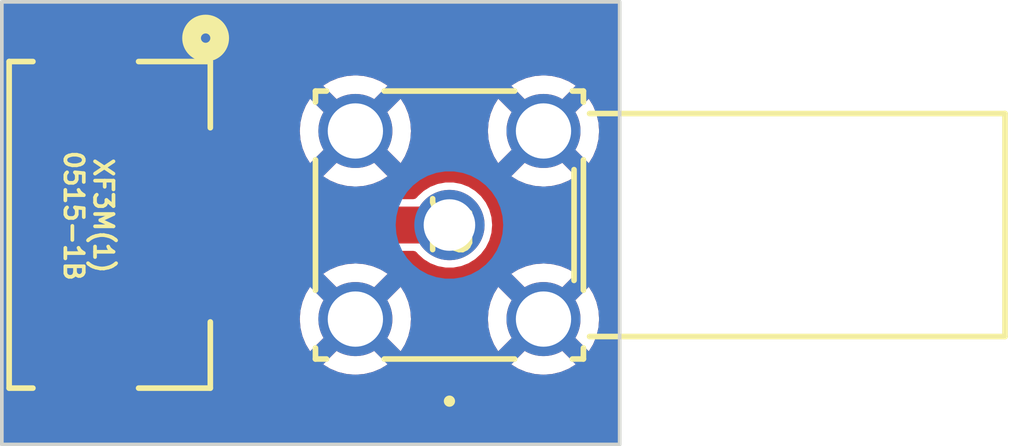
<source format=kicad_pcb>
(kicad_pcb (version 20221018) (generator pcbnew)
  (layers (0 "F.Cu" signal) (31 "B.Cu" signal) (34 "B.Paste" user) (35 "F.Paste" user) (36 "B.SilkS" user "B.Silkscreen") (37 "F.SilkS" user "F.Silkscreen") (38 "B.Mask" user) (39 "F.Mask" user) (44 "Edge.Cuts" user))
  (net 0 "")
  (net 1 "/SIG")
  (net 2 "/GND")
  (footprint "Library:COAX4_CONSMA002-L-G_LNX" (layer "F.Cu") (at 127.885 108.0508 -90)
    (fp_text reference "J2" (at 0 0 -90 unlocked) (layer "F.SilkS"))
    (fp_text value "COAX4_CONSMA002-L-G_LNX" hide)
    (fp_line (start -3.6322 -3.6322) (end -3.6322 -3.333483) (stroke (width 0.1524)) (layer "F.SilkS"))
    (fp_line (start -3.6322 -1.766517) (end -3.6322 1.766517) (stroke (width 0.1524)) (layer "F.SilkS"))
    (fp_line (start -3.6322 3.333483) (end -3.6322 3.6322) (stroke (width 0.1524)) (layer "F.SilkS"))
    (fp_line (start -3.6322 3.6322) (end -3.333483 3.6322) (stroke (width 0.1524)) (layer "F.SilkS"))
    (fp_line (start -3.333483 -3.6322) (end -3.6322 -3.6322) (stroke (width 0.1524)) (layer "F.SilkS"))
    (fp_line (start -3.0226 -15.0622) (end -3.0226 -3.799661) (stroke (width 0.1524)) (layer "F.SilkS"))
    (fp_line (start -1.766517 3.6322) (end 1.766517 3.6322) (stroke (width 0.1524)) (layer "F.SilkS"))
    (fp_line (start -1.501626 -3.3782) (end 1.501626 -3.3782) (stroke (width 0.1524)) (layer "F.SilkS"))
    (fp_line (start 1.766517 -3.6322) (end -1.766517 -3.6322) (stroke (width 0.1524)) (layer "F.SilkS"))
    (fp_line (start 3.0226 -15.0622) (end -3.0226 -15.0622) (stroke (width 0.1524)) (layer "F.SilkS"))
    (fp_line (start 3.0226 -3.799661) (end 3.0226 -15.0622) (stroke (width 0.1524)) (layer "F.SilkS"))
    (fp_line (start 3.333483 3.6322) (end 3.6322 3.6322) (stroke (width 0.1524)) (layer "F.SilkS"))
    (fp_line (start 3.6322 -3.6322) (end 3.333483 -3.6322) (stroke (width 0.1524)) (layer "F.SilkS"))
    (fp_line (start 3.6322 -3.333483) (end 3.6322 -3.6322) (stroke (width 0.1524)) (layer "F.SilkS"))
    (fp_line (start 3.6322 1.766517) (end 3.6322 -1.766517) (stroke (width 0.1524)) (layer "F.SilkS"))
    (fp_line (start 3.6322 3.6322) (end 3.6322 3.333483) (stroke (width 0.1524)) (layer "F.SilkS"))
    (fp_circle (center 4.7752 0) (end 4.8514 0) (stroke (width 0.1524)) (fill none) (layer "F.SilkS"))
    (pad "1" thru_hole circle (at 0 0 270) (size 1.905 1.905) (drill 1.397) (layers "*.Cu" "*.Mask") (net 1 "/SIG"))
    (pad "2" thru_hole circle (at -2.55 -2.55 270) (size 2.0066 2.0066) (drill 1.4986) (layers "*.Cu" "*.Mask") (net 2 "/GND"))
    (pad "3" thru_hole circle (at -2.55 2.55 270) (size 2.0066 2.0066) (drill 1.4986) (layers "*.Cu" "*.Mask") (net 2 "/GND"))
    (pad "4" thru_hole circle (at 2.55 2.55 270) (size 2.0066 2.0066) (drill 1.4986) (layers "*.Cu" "*.Mask") (net 2 "/GND"))
    (pad "5" thru_hole circle (at 2.55 -2.55 270) (size 2.0066 2.0066) (drill 1.4986) (layers "*.Cu" "*.Mask") (net 2 "/GND"))
  )
  (footprint "Library:CONN_XF3M1-0515-1B_OMR" (layer "F.Cu") (at 121.275 110.0454 -90)
    (fp_text reference "J1" hide)
    (fp_text value "XF3M1-0515-1B" hide)
    (fp_line (start -6.427002 -0.127) (end -6.427002 1.817261) (stroke (width 0.1524)) (layer "F.SilkS"))
    (fp_line (start -6.427002 4.682741) (end -6.427002 5.327) (stroke (width 0.1524)) (layer "F.SilkS"))
    (fp_line (start -6.427002 5.327) (end 2.427001 5.327) (stroke (width 0.1524)) (layer "F.SilkS"))
    (fp_line (start -4.632741 -0.127) (end -6.427002 -0.127) (stroke (width 0.1524)) (layer "F.SilkS"))
    (fp_line (start 2.427001 -0.127) (end 0.632741 -0.127) (stroke (width 0.1524)) (layer "F.SilkS"))
    (fp_line (start 2.427001 1.817261) (end 2.427001 -0.127) (stroke (width 0.1524)) (layer "F.SilkS"))
    (fp_line (start 2.427001 5.327) (end 2.427001 4.682741) (stroke (width 0.1524)) (layer "F.SilkS"))
    (fp_circle (center -7.062 0) (end -6.681 0) (stroke (width 0.508)) (fill none) (layer "F.SilkS"))
    (pad "1" smd rect (at -4.000001 0 270) (size 0.6 1.3) (layers "F.Cu" "F.Paste" "F.Mask") (net 2 "/GND"))
    (pad "2" smd rect (at -3.000001 0 270) (size 0.6 1.3) (layers "F.Cu" "F.Paste" "F.Mask") (net 1 "/SIG"))
    (pad "3" smd rect (at -2 0 270) (size 0.6 1.3) (layers "F.Cu" "F.Paste" "F.Mask") (net 1 "/SIG"))
    (pad "4" smd rect (at -0.999999 0 270) (size 0.6 1.3) (layers "F.Cu" "F.Paste" "F.Mask") (net 1 "/SIG"))
    (pad "5" smd rect (at 0.000001 0 270) (size 0.6 1.3) (layers "F.Cu" "F.Paste" "F.Mask") (net 2 "/GND"))
    (pad "6" smd rect (at -6.4 3.250001 270) (size 1.8 2.2) (layers "F.Cu" "F.Paste" "F.Mask") (net 2 "/GND"))
    (pad "7" smd rect (at 2.4 3.250001 270) (size 1.8 2.2) (layers "F.Cu" "F.Paste" "F.Mask") (net 2 "/GND"))
  )
  (gr_poly (pts (xy 115.75 102) (xy 132.5 102) (xy 132.5 114) (xy 115.75 114)) (stroke (width 0.1)) (fill none) (layer "Edge.Cuts"))
  (gr_text "XF3M(1)\n0515-1B" (at 118.1 107.8 -90) (layer "F.SilkS") (effects (font (size 0.5 0.5) (thickness 0.1) bold)))
  (segment (start 124.0054 108.0508) (end 127.885 108.0508) (width 1) (layer "F.Cu") (net 1))
  (segment (start 122.999999 107.045399) (end 124 108.0454) (width 0.5) (layer "F.Cu") (net 1))
  (segment (start 122.999999 109.045401) (end 124 108.0454) (width 0.5) (layer "F.Cu") (net 1))
  (segment (start 124 108.0454) (end 124.0054 108.0508) (width 0.5) (layer "F.Cu") (net 1))
  (segment (start 121.449989 107.045399) (end 122.999999 107.045399) (width 0.5) (layer "F.Cu") (net 1))
  (segment (start 121.449989 108.0454) (end 124 108.0454) (width 0.5) (layer "F.Cu") (net 1))
  (segment (start 121.449989 109.045401) (end 122.999999 109.045401) (width 0.5) (layer "F.Cu") (net 1))
  (zone (net 2) (net_name "/GND") (layer "F.Cu") (connect_pads (clearance 0)) (min_thickness 0.25) (fill yes (thermal_gap 0.5) (thermal_bridge_width 0.5))
    (polygon (pts (xy 115.75 102) (xy 132.5 102) (xy 132.5 114) (xy 115.75 114)))
  )
  (zone (net 2) (net_name "/GND") (layer "B.Cu") (priority 1) (connect_pads (clearance 0.5)) (min_thickness 0.25) (fill yes (thermal_gap 0.5) (thermal_bridge_width 0.5))
    (polygon (pts (xy 132.5 102) (xy 115.75 102) (xy 115.75 114) (xy 132.5 114)))
  )
)
</source>
